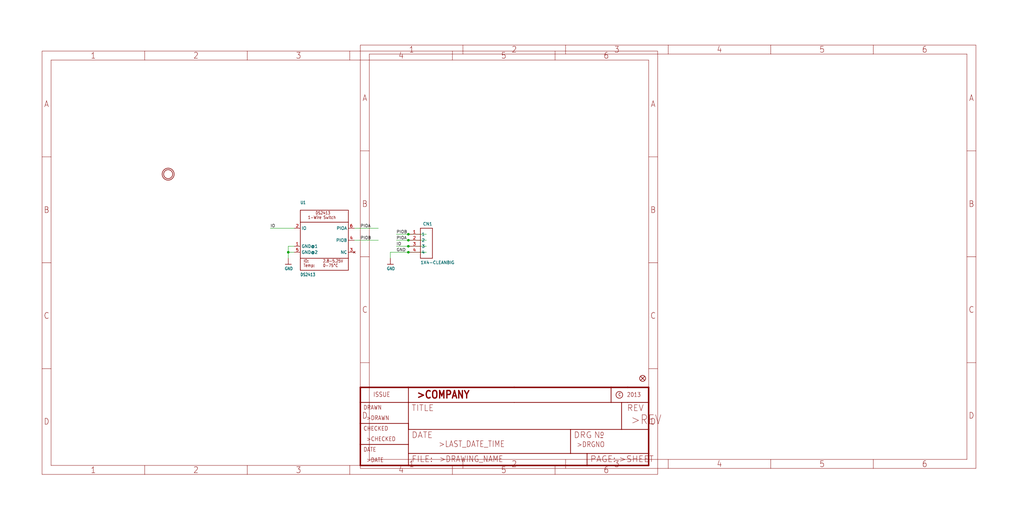
<source format=kicad_sch>
(kicad_sch (version 20211123) (generator eeschema)
  (paper "User" 433.07 220.421)
  (lib_symbols
    (symbol "eagleSchem-eagle-import:1X4-CLEANBIG"
      (property "Reference" "CN" (at 5.08 7.62 0))
      (property "Value" "1X4-CLEANBIG" (at 0 -10.16 0))
      (symbol "1X4-CLEANBIG_1_0"
        (polyline (pts (xy 0 -7.62) (xy 0 5.08)) (stroke (width 0.254)))
        (polyline (pts (xy 0 5.08) (xy 5.08 5.08)) (stroke (width 0.254)))
        (polyline (pts (xy 5.08 -7.62) (xy 0 -7.62)) (stroke (width 0.254)))
        (polyline (pts (xy 5.08 5.08) (xy 5.08 -7.62)) (stroke (width 0.254)))
        (pin bidirectional line (at -5.08 2.54 0) (length 5.08) (name "1") (number "1"))
        (pin bidirectional line (at -5.08 0 0) (length 5.08) (name "2") (number "2"))
        (pin bidirectional line (at -5.08 -2.54 0) (length 5.08) (name "3") (number "3"))
        (pin bidirectional line (at -5.08 -5.08 0) (length 5.08) (name "4") (number "4"))
      )
    )
    (symbol "eagleSchem-eagle-import:DS2413TSOC"
      (property "Reference" "U" (at -10.16 15.24 0))
      (property "Value" "DS2413TSOC" (at -10.16 -15.24 0))
      (symbol "DS2413TSOC_1_0"
        (polyline (pts (xy -10.16 -12.7) (xy 10.16 -12.7)) (stroke (width 0.254)))
        (polyline (pts (xy -10.16 -7.62) (xy -10.16 -12.7)) (stroke (width 0.254)))
        (polyline (pts (xy -10.16 -7.62) (xy -10.16 7.62)) (stroke (width 0.254)))
        (polyline (pts (xy -10.16 7.62) (xy -10.16 12.7)) (stroke (width 0.254)))
        (polyline (pts (xy -10.16 7.62) (xy 10.16 7.62)) (stroke (width 0.254)))
        (polyline (pts (xy -10.16 12.7) (xy 10.16 12.7)) (stroke (width 0.254)))
        (polyline (pts (xy 10.16 -12.7) (xy 10.16 -7.62)) (stroke (width 0.254)))
        (polyline (pts (xy 10.16 -7.62) (xy -10.16 -7.62)) (stroke (width 0.254)))
        (polyline (pts (xy 10.16 7.62) (xy 10.16 -7.62)) (stroke (width 0.254)))
        (polyline (pts (xy 10.16 12.7) (xy 10.16 7.62)) (stroke (width 0.254)))
        (text "0-75°C" (at -0.635 -11.43 0) (effects (font (size 1.27 1.0795)) (justify left bottom)))
        (text "1-Wire Switch" (at -6.985 8.89 0) (effects (font (size 1.27 1.0795)) (justify left bottom)))
        (text "2.8-5.25V" (at -0.635 -9.525 0) (effects (font (size 1.27 1.0795)) (justify left bottom)))
        (text "DS2413" (at -3.81 10.795 0) (effects (font (size 1.27 1.0795)) (justify left bottom)))
        (text "IO:" (at -8.89 -9.525 0) (effects (font (size 1.27 1.0795)) (justify left bottom)))
        (text "Temp:" (at -8.89 -11.43 0) (effects (font (size 1.27 1.0795)) (justify left bottom)))
        (pin power_in line (at -12.7 -2.54 0) (length 2.54) (name "GND@1") (number "1"))
        (pin bidirectional line (at -12.7 5.08 0) (length 2.54) (name "IO") (number "2"))
        (pin no_connect line (at 12.7 -5.08 180) (length 2.54) (name "NC") (number "3"))
        (pin bidirectional line (at 12.7 0 180) (length 2.54) (name "PIOB") (number "4"))
        (pin power_in line (at -12.7 -5.08 0) (length 2.54) (name "GND@2") (number "5"))
        (pin bidirectional line (at 12.7 5.08 180) (length 2.54) (name "PIOA") (number "6"))
      )
    )
    (symbol "eagleSchem-eagle-import:FIDUCIAL{dblquote}{dblquote}"
      (symbol "FIDUCIAL{dblquote}{dblquote}_1_0"
        (polyline (pts (xy -0.762 0.762) (xy 0.762 -0.762)) (stroke (width 0.254)))
        (polyline (pts (xy 0.762 0.762) (xy -0.762 -0.762)) (stroke (width 0.254)))
        (circle (center 0 0) (radius 1.27) (stroke (width 0.254)))
      )
    )
    (symbol "eagleSchem-eagle-import:FRAME_A4"
      (symbol "FRAME_A4_0_0"
        (polyline (pts (xy 0 44.7675) (xy 3.81 44.7675)))
        (polyline (pts (xy 0 89.535) (xy 3.81 89.535)))
        (polyline (pts (xy 0 134.3025) (xy 3.81 134.3025)))
        (polyline (pts (xy 3.81 3.81) (xy 3.81 175.26)))
        (polyline (pts (xy 43.3917 0) (xy 43.3917 3.81)))
        (polyline (pts (xy 43.3917 175.26) (xy 43.3917 179.07)))
        (polyline (pts (xy 86.7833 0) (xy 86.7833 3.81)))
        (polyline (pts (xy 86.7833 175.26) (xy 86.7833 179.07)))
        (polyline (pts (xy 130.175 0) (xy 130.175 3.81)))
        (polyline (pts (xy 130.175 175.26) (xy 130.175 179.07)))
        (polyline (pts (xy 173.5667 0) (xy 173.5667 3.81)))
        (polyline (pts (xy 173.5667 175.26) (xy 173.5667 179.07)))
        (polyline (pts (xy 216.9583 0) (xy 216.9583 3.81)))
        (polyline (pts (xy 216.9583 175.26) (xy 216.9583 179.07)))
        (polyline (pts (xy 256.54 3.81) (xy 3.81 3.81)))
        (polyline (pts (xy 256.54 3.81) (xy 256.54 175.26)))
        (polyline (pts (xy 256.54 44.7675) (xy 260.35 44.7675)))
        (polyline (pts (xy 256.54 89.535) (xy 260.35 89.535)))
        (polyline (pts (xy 256.54 134.3025) (xy 260.35 134.3025)))
        (polyline (pts (xy 256.54 175.26) (xy 3.81 175.26)))
        (polyline (pts (xy 0 0) (xy 260.35 0) (xy 260.35 179.07) (xy 0 179.07) (xy 0 0)))
        (text "1" (at 21.6958 1.905 0) (effects (font (size 2.54 2.286))))
        (text "1" (at 21.6958 177.165 0) (effects (font (size 2.54 2.286))))
        (text "2" (at 65.0875 1.905 0) (effects (font (size 2.54 2.286))))
        (text "2" (at 65.0875 177.165 0) (effects (font (size 2.54 2.286))))
        (text "3" (at 108.4792 1.905 0) (effects (font (size 2.54 2.286))))
        (text "3" (at 108.4792 177.165 0) (effects (font (size 2.54 2.286))))
        (text "4" (at 151.8708 1.905 0) (effects (font (size 2.54 2.286))))
        (text "4" (at 151.8708 177.165 0) (effects (font (size 2.54 2.286))))
        (text "5" (at 195.2625 1.905 0) (effects (font (size 2.54 2.286))))
        (text "5" (at 195.2625 177.165 0) (effects (font (size 2.54 2.286))))
        (text "6" (at 238.6542 1.905 0) (effects (font (size 2.54 2.286))))
        (text "6" (at 238.6542 177.165 0) (effects (font (size 2.54 2.286))))
        (text "A" (at 1.905 156.6863 0) (effects (font (size 2.54 2.286))))
        (text "A" (at 258.445 156.6863 0) (effects (font (size 2.54 2.286))))
        (text "B" (at 1.905 111.9188 0) (effects (font (size 2.54 2.286))))
        (text "B" (at 258.445 111.9188 0) (effects (font (size 2.54 2.286))))
        (text "C" (at 1.905 67.1513 0) (effects (font (size 2.54 2.286))))
        (text "C" (at 258.445 67.1513 0) (effects (font (size 2.54 2.286))))
        (text "D" (at 1.905 22.3838 0) (effects (font (size 2.54 2.286))))
        (text "D" (at 258.445 22.3838 0) (effects (font (size 2.54 2.286))))
      )
      (symbol "FRAME_A4_1_0"
        (polyline (pts (xy 256.54 3.81) (xy 256.54 8.89)) (stroke (width 0.1016)))
        (polyline (pts (xy 256.54 8.89) (xy 256.54 13.97)) (stroke (width 0.1016)))
        (polyline (pts (xy 256.54 13.97) (xy 256.54 19.05)) (stroke (width 0.1016)))
        (polyline (pts (xy 256.54 19.05) (xy 256.54 36.83)) (stroke (width 0.1016)))
      )
      (symbol "FRAME_A4_2_0"
        (polyline (pts (xy 1.27 -6.35) (xy 1.27 0)) (stroke (width 0.1016)))
        (polyline (pts (xy 1.27 0) (xy 82.55 0)) (stroke (width 0.1016)))
        (polyline (pts (xy 82.55 -6.35) (xy 1.27 -6.35)) (stroke (width 0.1016)))
        (polyline (pts (xy 82.55 0) (xy 82.55 -6.35)) (stroke (width 0.1016)))
        (text "PART OR WHOLE IS STRICTLY PROHIBITED WITHOUT WRITTEN PERMISSION!" (at 3.81 -5.08 0) (effects (font (size 1.27 1.0795)) (justify left bottom)))
        (text "PROPRIETARY" (at 3.81 -10.16 0) (effects (font (size 2.54 2.159) (thickness 0.4318) bold) (justify left bottom)))
        (text "THIS DRAWING CONTAINS CONFIDENTIAL INFORMATION. ANY REPRODUCTION IN" (at 3.81 -2.794 0) (effects (font (size 1.27 1.0795)) (justify left bottom)))
      )
      (symbol "FRAME_A4_3_0"
        (polyline (pts (xy 0 1.27) (xy 20.32 1.27)) (stroke (width 0.6096)))
        (polyline (pts (xy 0 10.16) (xy 0 1.27)) (stroke (width 0.6096)))
        (polyline (pts (xy 0 10.16) (xy 20.32 10.16)) (stroke (width 0.3048)))
        (polyline (pts (xy 0 19.05) (xy 0 10.16)) (stroke (width 0.6096)))
        (polyline (pts (xy 0 19.05) (xy 20.32 19.05)) (stroke (width 0.3048)))
        (polyline (pts (xy 0 27.94) (xy 0 19.05)) (stroke (width 0.6096)))
        (polyline (pts (xy 0 27.94) (xy 20.32 27.94)) (stroke (width 0.3048)))
        (polyline (pts (xy 0 34.29) (xy 0 27.94)) (stroke (width 0.6096)))
        (polyline (pts (xy 20.32 1.27) (xy 20.32 6.35)) (stroke (width 0.3048)))
        (polyline (pts (xy 20.32 1.27) (xy 95.885 1.27)) (stroke (width 0.6096)))
        (polyline (pts (xy 20.32 6.35) (xy 20.32 10.16)) (stroke (width 0.3048)))
        (polyline (pts (xy 20.32 6.35) (xy 88.9 6.35)) (stroke (width 0.3048)))
        (polyline (pts (xy 20.32 10.16) (xy 20.32 19.05)) (stroke (width 0.3048)))
        (polyline (pts (xy 20.32 16.51) (xy 20.32 19.05)) (stroke (width 0.3048)))
        (polyline (pts (xy 20.32 19.05) (xy 20.32 27.94)) (stroke (width 0.3048)))
        (polyline (pts (xy 20.32 27.94) (xy 20.32 34.29)) (stroke (width 0.3048)))
        (polyline (pts (xy 20.32 27.94) (xy 65.0875 27.94)) (stroke (width 0.3048)))
        (polyline (pts (xy 20.32 34.29) (xy 0 34.29)) (stroke (width 0.6096)))
        (polyline (pts (xy 65.0875 27.94) (xy 106.045 27.94)) (stroke (width 0.3048)))
        (polyline (pts (xy 65.0875 34.29) (xy 20.32 34.29)) (stroke (width 0.6096)))
        (polyline (pts (xy 88.9 6.35) (xy 95.885 6.35)) (stroke (width 0.3048)))
        (polyline (pts (xy 88.9 16.51) (xy 20.32 16.51)) (stroke (width 0.3048)))
        (polyline (pts (xy 88.9 16.51) (xy 88.9 6.35)) (stroke (width 0.3048)))
        (polyline (pts (xy 95.885 1.27) (xy 121.92 1.27)) (stroke (width 0.6096)))
        (polyline (pts (xy 95.885 6.35) (xy 95.885 1.27)) (stroke (width 0.3048)))
        (polyline (pts (xy 95.885 6.35) (xy 121.92 6.35)) (stroke (width 0.3048)))
        (polyline (pts (xy 101.6 13.0175) (xy 102.5525 13.0175)) (stroke (width 0.254)))
        (polyline (pts (xy 106.045 27.94) (xy 106.045 34.29)) (stroke (width 0.3048)))
        (polyline (pts (xy 106.045 27.94) (xy 110.49 27.94)) (stroke (width 0.3048)))
        (polyline (pts (xy 106.045 34.29) (xy 65.0875 34.29)) (stroke (width 0.6096)))
        (polyline (pts (xy 110.49 16.51) (xy 88.9 16.51)) (stroke (width 0.3048)))
        (polyline (pts (xy 110.49 27.94) (xy 110.49 16.51)) (stroke (width 0.3048)))
        (polyline (pts (xy 110.49 27.94) (xy 113.03 27.94)) (stroke (width 0.3048)))
        (polyline (pts (xy 113.03 27.94) (xy 121.92 27.94)) (stroke (width 0.3048)))
        (polyline (pts (xy 113.03 34.29) (xy 106.045 34.29)) (stroke (width 0.6096)))
        (polyline (pts (xy 121.92 6.35) (xy 121.92 1.27)) (stroke (width 0.6096)))
        (polyline (pts (xy 121.92 16.51) (xy 110.49 16.51)) (stroke (width 0.3048)))
        (polyline (pts (xy 121.92 16.51) (xy 121.92 6.35)) (stroke (width 0.6096)))
        (polyline (pts (xy 121.92 27.94) (xy 121.92 16.51)) (stroke (width 0.6096)))
        (polyline (pts (xy 121.92 34.29) (xy 113.03 34.29)) (stroke (width 0.6096)))
        (polyline (pts (xy 121.92 34.29) (xy 121.92 27.94)) (stroke (width 0.6096)))
        (circle (center 109.5375 31.115) (radius 1.4199) (stroke (width 0.254)))
        (text "2013" (at 112.7125 30.1625 0) (effects (font (size 1.778 1.5113)) (justify left bottom)))
        (text ">CHECKED" (at 2.54 11.43 0) (effects (font (size 1.778 1.5113)) (justify left bottom)))
        (text ">COMPANY" (at 23.6538 29.3687 0) (effects (font (size 3.175 2.6987) (thickness 0.5397) bold) (justify left bottom)))
        (text ">DATE" (at 2.54 2.54 0) (effects (font (size 1.778 1.5113)) (justify left bottom)))
        (text ">DRAWING_NAME" (at 33.3375 2.54 0) (effects (font (size 2.54 2.159)) (justify left bottom)))
        (text ">DRAWN" (at 2.54 20.32 0) (effects (font (size 1.778 1.5113)) (justify left bottom)))
        (text ">DRGNO" (at 91.44 8.89 0) (effects (font (size 2.1844 1.8567)) (justify left bottom)))
        (text ">LAST_DATE_TIME" (at 33.02 8.89 0) (effects (font (size 2.54 2.159)) (justify left bottom)))
        (text ">REV" (at 114.3 18.415 0) (effects (font (size 3.81 3.2385)) (justify left bottom)))
        (text ">SHEET" (at 109.22 2.54 0) (effects (font (size 2.54 2.54)) (justify left bottom)))
        (text "C" (at 109.0612 30.48 0) (effects (font (size 1.27 1.0795)) (justify left bottom)))
        (text "CHECKED" (at 1.27 15.875 0) (effects (font (size 1.778 1.5113)) (justify left bottom)))
        (text "DATE" (at 1.27 6.985 0) (effects (font (size 1.778 1.5113)) (justify left bottom)))
        (text "DATE" (at 21.59 12.7 0) (effects (font (size 2.54 2.54)) (justify left bottom)))
        (text "DRAWN" (at 1.27 24.765 0) (effects (font (size 1.778 1.5113)) (justify left bottom)))
        (text "DRG" (at 90.17 12.7 0) (effects (font (size 2.54 2.54)) (justify left bottom)))
        (text "FILE:" (at 21.59 2.54 0) (effects (font (size 2.54 2.54)) (justify left bottom)))
        (text "ISSUE" (at 5.3975 30.1625 0) (effects (font (size 1.9304 1.6408)) (justify left bottom)))
        (text "N" (at 98.7425 12.7 0) (effects (font (size 2.54 2.54)) (justify left bottom)))
        (text "o" (at 101.2825 13.6525 0) (effects (font (size 2.1844 1.8567)) (justify left bottom)))
        (text "PAGE:" (at 97.155 2.54 0) (effects (font (size 2.54 2.54)) (justify left bottom)))
        (text "REV" (at 112.7125 24.13 0) (effects (font (size 2.54 2.54)) (justify left bottom)))
        (text "TITLE" (at 21.59 24.13 0) (effects (font (size 2.54 2.54)) (justify left bottom)))
      )
    )
    (symbol "eagleSchem-eagle-import:GND" (power)
      (property "Value" "GND" (at -1.524 -2.54 0))
      (symbol "GND_1_0"
        (polyline (pts (xy -1.27 0) (xy 1.27 0)) (stroke (width 0.254)))
        (pin power_in line (at 0 2.54 270) (length 2.54) (name "GND") (number "1"))
      )
    )
    (symbol "eagleSchem-eagle-import:MOUNTINGHOLE2.5"
      (symbol "MOUNTINGHOLE2.5_1_0"
        (circle (center 0 0) (radius 1.905) (stroke (width 0.254)))
        (circle (center 0 0) (radius 2.54) (stroke (width 0.254)))
      )
    )
  )
  (junction (at 172.72 104.14))
  (junction (at 172.72 106.68))
  (junction (at 172.72 101.6))
  (junction (at 121.92 106.68))
  (junction (at 172.72 99.06))
  (wire (pts (xy 165.1 106.68) (xy 172.72 106.68)))
  (wire (pts (xy 172.72 106.68) (xy 180.34 106.68)))
  (wire (pts (xy 172.72 99.06) (xy 167.64 99.06)))
  (wire (pts (xy 180.34 104.14) (xy 172.72 104.14)))
  (wire (pts (xy 124.46 104.14) (xy 121.92 104.14)))
  (wire (pts (xy 124.46 106.68) (xy 121.92 106.68)))
  (wire (pts (xy 165.1 106.68) (xy 165.1 109.22)))
  (wire (pts (xy 180.34 101.6) (xy 172.72 101.6)))
  (wire (pts (xy 180.34 99.06) (xy 172.72 99.06)))
  (wire (pts (xy 172.72 104.14) (xy 167.64 104.14)))
  (wire (pts (xy 172.72 101.6) (xy 167.64 101.6)))
  (wire (pts (xy 149.86 96.52) (xy 160.02 96.52)))
  (wire (pts (xy 121.92 104.14) (xy 121.92 106.68)))
  (wire (pts (xy 149.86 101.6) (xy 160.02 101.6)))
  (wire (pts (xy 124.46 96.52) (xy 114.3 96.52)))
  (wire (pts (xy 121.92 106.68) (xy 121.92 109.22)))
  (label "IO" (at 114.3 96.52 0) (effects (font (size 1.2446 1.2446))))
  (label "PIOA" (at 152.4 96.52 0) (effects (font (size 1.2446 1.2446))))
  (label "IO" (at 167.64 104.14 0) (effects (font (size 1.2446 1.2446))))
  (label "PIOB" (at 152.4 101.6 0) (effects (font (size 1.2446 1.2446))))
  (label "PIOB" (at 167.64 99.06 0) (effects (font (size 1.2446 1.2446))))
  (label "PIOA" (at 167.64 101.6 0) (effects (font (size 1.2446 1.2446))))
  (label "GND" (at 167.64 106.68 0) (effects (font (size 1.2446 1.2446))))
  (symbol (lib_id "eagleSchem-eagle-import:FRAME_A4") (at 17.78 200.66 0) (unit 1)
    (property "Reference" "#FRAME1" (effects hide))
    (property "Value" "FRAME_A4" (effects hide))
    (property "Footprint" "eagleSchem:" (effects hide))
  )
  (symbol (lib_id "eagleSchem-eagle-import:DS2413TSOC") (at 137.16 101.6 0) (unit 1)
    (property "Reference" "U1" (at 127 86.36 0) (effects (font (size 1.27 1.0795)) (justify left bottom)))
    (property "Value" "DS2413" (at 127 116.84 0) (effects (font (size 1.27 1.0795)) (justify left bottom)))
    (property "Footprint" "eagleSchem:DS2413_TSOC6L" (effects hide))
  )
  (symbol (lib_id "eagleSchem-eagle-import:1X4-CLEANBIG") (at 177.8 101.6 0) (unit 1)
    (property "Reference" "CN1" (at 182.88 93.98 0) (effects (justify right top)))
    (property "Value" "1X4-CLEANBIG" (at 177.8 111.76 0) (effects (justify left bottom)))
    (property "Footprint" "eagleSchem:1X04-CLEANBIG" (effects hide))
  )
  (symbol (lib_id "eagleSchem-eagle-import:FRAME_A4") (at 152.4 198.12 0) (unit 3)
    (property "Reference" "#FRAME1" (effects hide))
    (property "Value" "FRAME_A4" (effects hide))
    (property "Footprint" "eagleSchem:" (effects hide))
  )
  (symbol (lib_id "eagleSchem-eagle-import:GND") (at 165.1 111.76 0) (unit 1)
    (property "Reference" "#U$2" (effects hide))
    (property "Value" "GND" (at 163.576 114.3 0) (effects (font (size 1.27 1.0795)) (justify left bottom)))
    (property "Footprint" "eagleSchem:" (effects hide))
  )
  (symbol (lib_id "eagleSchem-eagle-import:MOUNTINGHOLE2.5") (at 71.12 73.66 0) (unit 1)
    (property "Reference" "U$4" (effects hide))
    (property "Value" "MOUNTINGHOLE2.5" (effects hide))
    (property "Footprint" "eagleSchem:MOUNTINGHOLE_2.5_PLATED" (effects hide))
  )
  (symbol (lib_id "eagleSchem-eagle-import:GND") (at 121.92 111.76 0) (unit 1)
    (property "Reference" "#U$1" (effects hide))
    (property "Value" "GND" (at 120.396 114.3 0) (effects (font (size 1.27 1.0795)) (justify left bottom)))
    (property "Footprint" "eagleSchem:" (effects hide))
  )
  (symbol (lib_id "eagleSchem-eagle-import:FIDUCIAL{dblquote}{dblquote}") (at 271.78 160.02 0) (unit 1)
    (property "Reference" "FID1" (effects hide))
    (property "Value" "FIDUCIAL{dblquote}{dblquote}" (effects hide))
    (property "Footprint" "eagleSchem:FIDUCIAL_1MM" (effects hide))
  )
)
</source>
